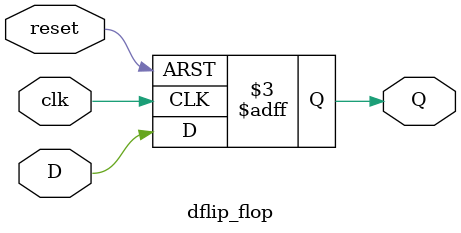
<source format=v>
module dflip_flop(

input clk,
input reset,
input D,
output reg Q
);

always@(posedge clk or negedge reset)
begin
	if(!reset)
		Q <= 0;
	else
		Q <= D;
end
endmodule

</source>
